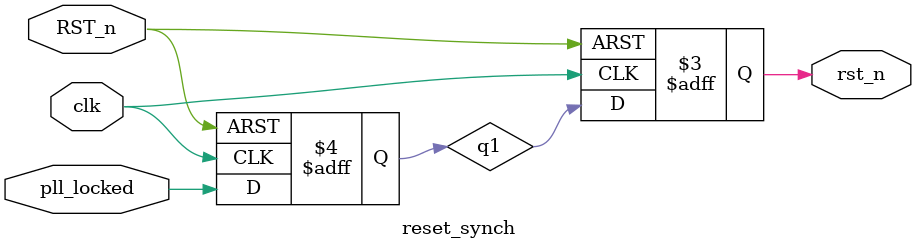
<source format=sv>
module reset_synch(clk,RST_n,pll_locked,rst_n);

input clk;			// 50MHz clock
input RST_n;		// non synched reset from push button
input pll_locked;	// don't deassert reset till PLL is locked
output reg rst_n;	// synched on deassert to negedge of clock

reg q1;

////////////////////////////////////////////////
// rst_n is asserted asynch, but deasserted  //
// syncronized to negedge clock.  Two flops //
// are used for metastability purposes.    //
////////////////////////////////////////////
always @(negedge clk, negedge RST_n)
  if (!RST_n)
    begin
	  q1    <= 1'b0;
	  rst_n <= 1'b0;
	end
  else
    begin
	  q1    <= pll_locked;
	  rst_n <= q1;
	end

endmodule
</source>
